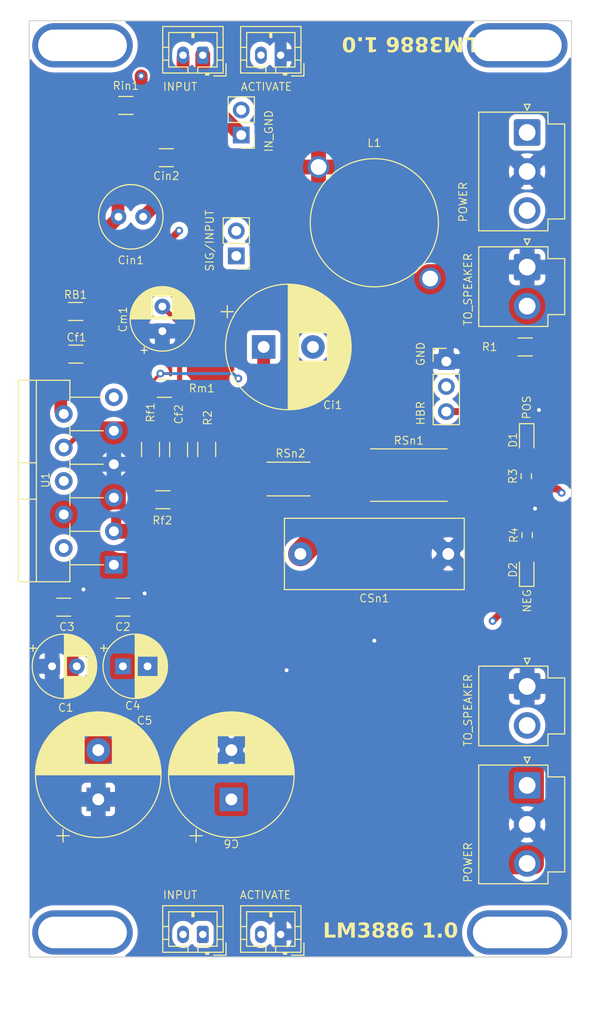
<source format=kicad_pcb>
(kicad_pcb (version 20240108) (generator "pcbnew") (generator_version "8.0")
  (layers (0 "F.Cu" signal) (1 "In1.Cu" signal) (2 "In2.Cu" signal) (31 "B.Cu" signal) (34 "B.Paste" user) (35 "F.Paste" user) (36 "B.SilkS" user "B.Silkscreen") (37 "F.SilkS" user "F.Silkscreen") (38 "B.Mask" user) (39 "F.Mask" user) (44 "Edge.Cuts" user))
  (net 0 "")
  (net 1 "CH1-IN")
  (net 2 "Net-(Ci1-Pad1)")
  (net 3 "VP")
  (net 4 "VM")
  (net 5 "CH1-OUT")
  (net 6 "INPUTGND")
  (net 7 "PGND")
  (net 8 "Net-(CSn1-Pad2)")
  (net 9 "Net-(D1-A)")
  (net 10 "Net-(D2-A)")
  (net 11 "Net-(Cin1-Pad2)")
  (net 12 "FB1")
  (net 13 "SIGGND")
  (net 14 "Net-(U1-+)")
  (net 15 "CH1GND")
  (net 16 "OPAMP_NEG")
  (net 17 "FB2")
  (net 18 "Net-(J7-Pin_3)")
  (net 19 "Net-(U1-MUTE)")
  (net 23 "NEG_ACTIVE")
  (footprint "Capacitor_SMD:C_1206_3216Metric_Pad1.33x1.80mm_HandSolder" (layer "F.Cu") (at 81.03 71.276232)
    (property "Reference" "Cf1" (at 0.0625 -1.7 0) (layer "F.SilkS") (effects (font (size 0.8 0.8) (thickness 0.1))))
    (property "Value" "680p 50V C0G")
    (pad "1" smd roundrect (at -1.5625 0) (size 1.325 1.8) (layers "F.Cu" "F.Paste" "F.Mask") (roundrect_rratio 0.188679) (net 14 "Net-(U1-+)"))
    (pad "2" smd roundrect (at 1.5625 0) (size 1.325 1.8) (layers "F.Cu" "F.Paste" "F.Mask") (roundrect_rratio 0.188679) (net 6 "INPUTGND"))
  )
  (footprint "Resistor_SMD:R_1206_3216Metric_Pad1.30x1.75mm_HandSolder" (layer "F.Cu") (at 94.3 80.95 -90)
    (property "Reference" "R2" (at -3.2 -0.1 90) (layer "F.SilkS") (effects (font (size 0.8 0.8) (thickness 0.1))))
    (property "Value" "750R")
    (pad "1" smd roundrect (at -1.55 0 270) (size 1.3 1.75) (layers "F.Cu" "F.Paste" "F.Mask") (roundrect_rratio 0.192308) (net 16 "OPAMP_NEG"))
    (pad "2" smd roundrect (at 1.55 0 270) (size 1.3 1.75) (layers "F.Cu" "F.Paste" "F.Mask") (roundrect_rratio 0.192308) (net 2 "Net-(Ci1-Pad1)"))
  )
  (footprint "Connector_JST:JST_VH_B2P-VH_1x02_P3.96mm_Vertical" (layer "F.Cu") (at 126.8 104.99 -90)
    (property "Reference" "J9" (hide yes))
    (property "Value" "Conn_01x02_Male")
    (pad "1" thru_hole roundrect (at 0 0 270) (size 2.7 2.7) (drill 1.7) (layers "*.Cu" "*.Mask") (roundrect_rratio 0.092593) (net 7 "PGND"))
    (pad "2" thru_hole circle (at 3.96 0 270) (size 2.7 2.7) (drill 1.7) (layers "*.Cu" "*.Mask") (net 5 "CH1-OUT"))
  )
  (footprint "Connector_JST:JST_PH_B2B-PH-K_1x02_P2.00mm_Vertical" (layer "F.Cu") (at 93.9 130.15 180)
    (property "Reference" "J12" (hide yes))
    (property "Value" "Conn_01x02_Male")
    (pad "1" thru_hole roundrect (at 0 0 180) (size 1.2 1.75) (drill 0.75) (layers "*.Cu" "*.Mask") (roundrect_rratio 0.208333) (net 15 "CH1GND"))
    (pad "2" thru_hole oval (at 2 0 180) (size 1.2 1.75) (drill 0.75) (layers "*.Cu" "*.Mask") (net 1 "CH1-IN"))
  )
  (footprint "Capacitor_THT:CP_Radial_D6.3mm_P2.50mm" (layer "F.Cu") (at 78.617621 102.95)
    (property "Reference" "C3" (at 1.5 -4 0) (layer "F.SilkS") (effects (font (size 0.8 0.8) (thickness 0.1))))
    (property "Value" "22U 50V")
    (pad "1" thru_hole rect (at 0 0) (size 1.6 1.6) (drill 0.8) (layers "*.Cu" "*.Mask") (net 7 "PGND"))
    (pad "2" thru_hole circle (at 2.5 0) (size 1.6 1.6) (drill 0.8) (layers "*.Cu" "*.Mask") (net 4 "VM"))
  )
  (footprint "Resistor_SMD:R_1206_3216Metric_Pad1.30x1.75mm_HandSolder" (layer "F.Cu") (at 126.6 70.55 180)
    (property "Reference" "R1" (at 3.6 0 0) (layer "F.SilkS") (effects (font (size 0.8 0.8) (thickness 0.1))))
    (property "Value" "15R")
    (pad "1" smd roundrect (at -1.55 0 180) (size 1.3 1.75) (layers "F.Cu" "F.Paste" "F.Mask") (roundrect_rratio 0.192308) (net 18 "Net-(J7-Pin_3)"))
    (pad "2" smd roundrect (at 1.55 0 180) (size 1.3 1.75) (layers "F.Cu" "F.Paste" "F.Mask") (roundrect_rratio 0.192308) (net 7 "PGND"))
  )
  (footprint "Resistor_SMD:R_0603_1608Metric_Pad0.98x0.95mm_HandSolder" (layer "F.Cu") (at 126.715 83.6625 -90)
    (property "Reference" "R3" (at 0 1.36 90) (layer "F.SilkS") (effects (font (size 0.8 0.8) (thickness 0.1))))
    (property "Value" "16K")
    (pad "1" smd roundrect (at -0.9125 0 270) (size 0.975 0.95) (layers "F.Cu" "F.Paste" "F.Mask") (net 9 "Net-(D1-A)"))
    (pad "2" smd roundrect (at 0.9125 0 270) (size 0.975 0.95) (layers "F.Cu" "F.Paste" "F.Mask") (net 3 "VP"))
  )
  (footprint "Capacitor_THT:CP_Radial_D6.3mm_P2.50mm" (layer "F.Cu") (at 85.8 102.95)
    (property "Reference" "C4" (at 1 4 0) (layer "F.SilkS") (effects (font (size 0.8 0.8) (thickness 0.1))))
    (property "Value" "22U 50V")
    (pad "1" thru_hole rect (at 0 0) (size 1.6 1.6) (drill 0.8) (layers "*.Cu" "*.Mask") (net 3 "VP"))
    (pad "2" thru_hole circle (at 2.5 0) (size 1.6 1.6) (drill 0.8) (layers "*.Cu" "*.Mask") (net 7 "PGND"))
  )
  (footprint "Capacitor_THT:CP_Radial_D12.5mm_P5.00mm" (layer "F.Cu") (at 100.076041 70.55)
    (property "Reference" "Ci1" (at 7 5.9 0) (layer "F.SilkS") (effects (font (size 0.8 0.8) (thickness 0.1))))
    (property "Value" "470U")
    (pad "1" thru_hole rect (at 0 0) (size 2.4 2.4) (drill 1.2) (layers "*.Cu" "*.Mask") (net 2 "Net-(Ci1-Pad1)"))
    (pad "2" thru_hole circle (at 5 0) (size 2.4 2.4) (drill 1.2) (layers "*.Cu" "*.Mask") (net 13 "SIGGND"))
  )
  (footprint "Custom:M3 Slot" (layer "F.Cu") (at 125.8 129.95)
    (property "Reference" "H4" (hide yes))
    (property "Value" "MountingHole")
    (pad "" thru_hole oval (at 0 0 270) (size 4.5 10.2) (drill oval 3.2 9) (layers "*.Cu" "*.Mask"))
  )
  (footprint "Capacitor_SMD:C_1206_3216Metric_Pad1.33x1.80mm_HandSolder" (layer "F.Cu") (at 85.8 96.95)
    (property "Reference" "C2" (at 0 2 0) (layer "F.SilkS") (effects (font (size 0.8 0.8) (thickness 0.1))))
    (property "Value" "4.7U X7R 50V")
    (pad "1" smd roundrect (at -1.5625 0) (size 1.325 1.8) (layers "F.Cu" "F.Paste" "F.Mask") (roundrect_rratio 0.188679) (net 3 "VP"))
    (pad "2" smd roundrect (at 1.5625 0) (size 1.325 1.8) (layers "F.Cu" "F.Paste" "F.Mask") (roundrect_rratio 0.188679) (net 7 "PGND"))
  )
  (footprint "Resistor_SMD:R_1206_3216Metric_Pad1.30x1.75mm_HandSolder" (layer "F.Cu") (at 88.6 80.95 90)
    (property "Reference" "Rf1" (at 3.75 0 90) (layer "F.SilkS") (effects (font (size 0.8 0.8) (thickness 0.1))))
    (property "Value" "20k")
    (pad "1" smd roundrect (at -1.55 0 90) (size 1.3 1.75) (layers "F.Cu" "F.Paste" "F.Mask") (roundrect_rratio 0.192308) (net 12 "FB1"))
    (pad "2" smd roundrect (at 1.55 0 90) (size 1.3 1.75) (layers "F.Cu" "F.Paste" "F.Mask") (roundrect_rratio 0.192308) (net 16 "OPAMP_NEG"))
  )
  (footprint "Connector_JST:JST_PH_B2B-PH-K_1x02_P2.00mm_Vertical" (layer "F.Cu") (at 93.9 40.95 180)
    (property "Reference" "J1" (hide yes))
    (property "Value" "Conn_01x02_Male")
    (pad "1" thru_hole roundrect (at 0 0 180) (size 1.2 1.75) (drill 0.75) (layers "*.Cu" "*.Mask") (roundrect_rratio 0.208333) (net 15 "CH1GND"))
    (pad "2" thru_hole oval (at 2 0 180) (size 1.2 1.75) (drill 0.75) (layers "*.Cu" "*.Mask") (net 1 "CH1-IN"))
  )
  (footprint "Connector_JST:JST_VH_B3P-VH-B_1x03_P3.96mm_Vertical" (layer "F.Cu") (at 126.8 48.7875 -90)
    (property "Reference" "J3" (hide yes))
    (property "Value" "Conn_01x03_Male")
    (pad "1" thru_hole roundrect (at 0 0 270) (size 2.7 2.7) (drill 1.7) (layers "*.Cu" "*.Mask") (roundrect_rratio 0.092593) (net 3 "VP"))
    (pad "2" thru_hole circle (at 3.96 0 270) (size 2.7 2.7) (drill 1.7) (layers "*.Cu" "*.Mask") (net 7 "PGND"))
    (pad "3" thru_hole circle (at 7.92 0 270) (size 2.7 2.7) (drill 1.7) (layers "*.Cu" "*.Mask") (net 4 "VM"))
  )
  (footprint "Resistor_SMD:R_2512_6332Metric_Pad1.40x3.35mm_HandSolder" (layer "F.Cu") (at 102.6 83.95 180)
    (property "Reference" "RSn2" (at -0.2 2.6 0) (layer "F.SilkS") (effects (font (size 0.8 0.8) (thickness 0.1))))
    (property "Value" "4R7 2W")
    (pad "1" smd roundrect (at -3.05 0 180) (size 1.4 3.35) (layers "F.Cu" "F.Paste" "F.Mask") (roundrect_rratio 0.178571) (net 8 "Net-(CSn1-Pad2)"))
    (pad "2" smd roundrect (at 3.05 0 180) (size 1.4 3.35) (layers "F.Cu" "F.Paste" "F.Mask") (roundrect_rratio 0.178571) (net 12 "FB1"))
  )
  (footprint "Connector_PinHeader_2.54mm:PinHeader_1x02_P2.54mm_Vertical" (layer "F.Cu") (at 97.8 49.05 180)
    (property "Reference" "J4" (hide yes))
    (property "Value" "Conn_01x02_Male")
    (pad "1" thru_hole rect (at 0 0 180) (size 1.7 1.7) (drill 1) (layers "*.Cu" "*.Mask") (net 15 "CH1GND"))
    (pad "2" thru_hole oval (at 0 2.54 180) (size 1.7 1.7) (drill 1) (layers "*.Cu" "*.Mask") (net 6 "INPUTGND"))
  )
  (footprint "Capacitor_SMD:C_1206_3216Metric_Pad1.33x1.80mm_HandSolder" (layer "F.Cu") (at 79.8 96.95 180)
    (property "Reference" "C1" (at -0.2 -10.2 0) (layer "F.SilkS") (effects (font (size 0.8 0.8) (thickness 0.1))))
    (property "Value" "4.7U X7R 50V")
    (pad "1" smd roundrect (at -1.5625 0 180) (size 1.325 1.8) (layers "F.Cu" "F.Paste" "F.Mask") (roundrect_rratio 0.188679) (net 7 "PGND"))
    (pad "2" smd roundrect (at 1.5625 0 180) (size 1.325 1.8) (layers "F.Cu" "F.Paste" "F.Mask") (roundrect_rratio 0.188679) (net 4 "VM"))
  )
  (footprint "Resistor_SMD:R_1206_3216Metric_Pad1.30x1.75mm_HandSolder" (layer "F.Cu") (at 90 74.75 180)
    (property "Reference" "Rm1" (at -3.8 0 0) (layer "F.SilkS") (effects (font (size 0.8 0.8) (thickness 0.1))))
    (property "Value" "39K")
    (pad "1" smd roundrect (at -1.55 0 180) (size 1.3 1.75) (layers "F.Cu" "F.Paste" "F.Mask") (roundrect_rratio 0.192308) (net 19 "Net-(U1-MUTE)"))
    (pad "2" smd roundrect (at 1.55 0 180) (size 1.3 1.75) (layers "F.Cu" "F.Paste" "F.Mask") (roundrect_rratio 0.192308) (net 23 "NEG_ACTIVE"))
  )
  (footprint "Custom:M3 Slot" (layer "F.Cu") (at 81.7 39.95)
    (property "Reference" "H1" (hide yes))
    (property "Value" "MountingHole")
    (pad "" thru_hole oval (at 0 0 270) (size 4.5 10.2) (drill oval 3.2 9) (layers "*.Cu" "*.Mask"))
  )
  (footprint "Capacitor_SMD:C_1206_3216Metric_Pad1.33x1.80mm_HandSolder" (layer "F.Cu") (at 90.2 51.35 180)
    (property "Reference" "Cin2" (at 0 -1.85 0) (layer "F.SilkS") (effects (font (size 0.8 0.8) (thickness 0.1))))
    (property "Value" "0.1u C0G 50V")
    (pad "1" smd roundrect (at -1.5625 0 180) (size 1.325 1.8) (layers "F.Cu" "F.Paste" "F.Mask") (roundrect_rratio 0.188679) (net 1 "CH1-IN"))
    (pad "2" smd roundrect (at 1.5625 0 180) (size 1.325 1.8) (layers "F.Cu" "F.Paste" "F.Mask") (roundrect_rratio 0.188679) (net 11 "Net-(Cin1-Pad2)"))
  )
  (footprint "Package_TO_SOT_THT:TO-220-11_P3.4x5.08mm_StaggerOdd_Lead4.85mm_Vertical" (layer "F.Cu") (at 84.88 92.65 90)
    (property "Reference" "U1" (at 8.6 -6.935 90) (layer "F.SilkS") (effects (font (size 0.8 0.8) (thickness 0.1))))
    (property "Value" "LM3886")
    (pad "1" thru_hole rect (at 0 0 90) (size 1.8 1.8) (drill 1) (layers "*.Cu" "*.Mask") (net 3 "VP"))
    (pad "2" thru_hole oval (at 1.7 -5.08 90) (size 1.8 1.8) (drill 1) (layers "*.Cu" "*.Mask"))
    (pad "3" thru_hole oval (at 3.4 0 90) (size 1.8 1.8) (drill 1) (layers "*.Cu" "*.Mask") (net 12 "FB1"))
    (pad "4" thru_hole oval (at 5.1 -5.08 90) (size 1.8 1.8) (drill 1) (layers "*.Cu" "*.Mask") (net 4 "VM"))
    (pad "5" thru_hole oval (at 6.8 0 90) (size 1.8 1.8) (drill 1) (layers "*.Cu" "*.Mask") (net 3 "VP"))
    (pad "6" thru_hole oval (at 8.5 -5.08 90) (size 1.8 1.8) (drill 1) (layers "*.Cu" "*.Mask"))
    (pad "7" thru_hole oval (at 10.2 0 90) (size 1.8 1.8) (drill 1) (layers "*.Cu" "*.Mask") (net 7 "PGND"))
    (pad "8" thru_hole oval (at 11.9 -5.08 90) (size 1.8 1.8) (drill 1) (layers "*.Cu" "*.Mask") (net 19 "Net-(U1-MUTE)"))
    (pad "9" thru_hole oval (at 13.6 0 90) (size 1.8 1.8) (drill 1) (layers "*.Cu" "*.Mask") (net 16 "OPAMP_NEG"))
    (pad "10" thru_hole oval (at 15.3 -5.08 90) (size 1.8 1.8) (drill 1) (layers "*.Cu" "*.Mask") (net 14 "Net-(U1-+)"))
    (pad "11" thru_hole oval (at 17 0 90) (size 1.8 1.8) (drill 1) (layers "*.Cu" "*.Mask"))
  )
  (footprint "Capacitor_THT:C_Radial_D6.3mm_H5.0mm_P2.50mm" (layer "F.Cu") (at 87.85 57.35 180)
    (property "Reference" "Cin1" (at 1.25 -4.4 0) (layer "F.SilkS") (effects (font (size 0.8 0.8) (thickness 0.1))))
    (property "Value" "22u NICHICON MUSE ES 25V")
    (pad "1" thru_hole circle (at 0 0 180) (size 1.6 1.6) (drill 0.8) (layers "*.Cu" "*.Mask") (net 1 "CH1-IN"))
    (pad "2" thru_hole circle (at 2.5 0 180) (size 1.6 1.6) (drill 0.8) (layers "*.Cu" "*.Mask") (net 11 "Net-(Cin1-Pad2)"))
  )
  (footprint "Connector_PinHeader_2.54mm:PinHeader_1x03_P2.54mm_Vertical" (layer "F.Cu") (at 118.6 72.025)
    (property "Reference" "J7" (hide yes))
    (property "Value" "Conn_01x03_Male")
    (pad "1" thru_hole rect (at 0 0) (size 1.7 1.7) (drill 1) (layers "*.Cu" "*.Mask") (net 7 "PGND"))
    (pad "2" thru_hole oval (at 0 2.54) (size 1.7 1.7) (drill 1) (layers "*.Cu" "*.Mask") (net 13 "SIGGND"))
    (pad "3" thru_hole oval (at 0 5.08) (size 1.7 1.7) (drill 1) (layers "*.Cu" "*.Mask") (net 18 "Net-(J7-Pin_3)"))
  )
  (footprint "Capacitor_THT:C_Rect_L18.0mm_W7.0mm_P15.00mm_FKS3_FKP3" (layer "F.Cu") (at 118.8 91.55 180)
    (property "Reference" "CSn1" (at 7.5 -4.5 0) (layer "F.SilkS") (effects (font (size 0.8 0.8) (thickness 0.1))))
    (property "Value" "220N PP 100V")
    (pad "1" thru_hole circle (at 0 0 180) (size 2.4 2.4) (drill 1.2) (layers "*.Cu" "*.Mask") (net 7 "PGND"))
    (pad "2" thru_hole circle (at 15 0 180) (size 2.4 2.4) (drill 1.2) (layers "*.Cu" "*.Mask") (net 8 "Net-(CSn1-Pad2)"))
  )
  (footprint "Resistor_SMD:R_0603_1608Metric_Pad0.98x0.95mm_HandSolder" (layer "F.Cu") (at 126.8 89.65 90)
    (property "Reference" "R4" (at 0 -1.36 90) (layer "F.SilkS") (effects (font (size 0.8 0.8) (thickness 0.1))))
    (property "Value" "16K")
    (pad "1" smd roundrect (at -0.9125 0 90) (size 0.975 0.95) (layers "F.Cu" "F.Paste" "F.Mask") (net 10 "Net-(D2-A)"))
    (pad "2" smd roundrect (at 0.9125 0 90) (size 0.975 0.95) (layers "F.Cu" "F.Paste" "F.Mask") (net 7 "PGND"))
  )
  (footprint "Custom:M3 Slot" (layer "F.Cu") (at 125.8 39.95)
    (property "Reference" "H2" (hide yes))
    (property "Value" "MountingHole")
    (pad "" thru_hole oval (at 0 0 270) (size 4.5 10.2) (drill oval 3.2 9) (layers "*.Cu" "*.Mask"))
  )
  (footprint "Resistor_SMD:R_4020_10251Metric_Pad1.65x5.30mm_HandSolder" (layer "F.Cu") (at 114.8 83.55 180)
    (property "Reference" "RSn1" (at 0 3.5 0) (layer "F.SilkS") (effects (font (size 0.8 0.8) (thickness 0.1))))
    (property "Value" "10R")
    (pad "1" smd roundrect (at -4.9 0 180) (size 1.65 5.3) (layers "F.Cu" "F.Paste" "F.Mask") (roundrect_rratio 0.151515) (net 5 "CH1-OUT"))
    (pad "2" smd roundrect (at 4.9 0 180) (size 1.65 5.3) (layers "F.Cu" "F.Paste" "F.Mask") (roundrect_rratio 0.151515) (net 12 "FB1"))
  )
  (footprint "Connector_JST:JST_PH_B2B-PH-K_1x02_P2.00mm_Vertical" (layer "F.Cu") (at 101.8 40.95 180)
    (property "Reference" "J8" (hide yes))
    (property "Value" "Conn_01x02_Male")
    (pad "1" thru_hole roundrect (at 0 0 180) (size 1.2 1.75) (drill 0.75) (layers "*.Cu" "*.Mask") (roundrect_rratio 0.208333) (net 7 "PGND"))
    (pad "2" thru_hole oval (at 2 0 180) (size 1.2 1.75) (drill 0.75) (layers "*.Cu" "*.Mask") (net 23 "NEG_ACTIVE"))
  )
  (footprint "Connector_JST:JST_PH_B2B-PH-K_1x02_P2.00mm_Vertical" (layer "F.Cu") (at 101.8 130.15 180)
    (property "Reference" "J2" (hide yes))
    (property "Value" "Conn_01x02_Male")
    (pad "1" thru_hole roundrect (at 0 0 180) (size 1.2 1.75) (drill 0.75) (layers "*.Cu" "*.Mask") (roundrect_rratio 0.208333) (net 7 "PGND"))
    (pad "2" thru_hole oval (at 2 0 180) (size 1.2 1.75) (drill 0.75) (layers "*.Cu" "*.Mask") (net 23 "NEG_ACTIVE"))
  )
  (footprint "Connector_JST:JST_VH_B2P-VH_1x02_P3.96mm_Vertical" (layer "F.Cu") (at 126.8 62.45 -90)
    (property "Reference" "J6" (hide yes))
    (property "Value" "Conn_01x02_Male")
    (pad "1" thru_hole roundrect (at 0 0 270) (size 2.7 2.7) (drill 1.7) (layers "*.Cu" "*.Mask") (roundrect_rratio 0.092593) (net 7 "PGND"))
    (pad "2" thru_hole circle (at 3.96 0 270) (size 2.7 2.7) (drill 1.7) (layers "*.Cu" "*.Mask") (net 5 "CH1-OUT"))
  )
  (footprint "LED_SMD:LED_0603_1608Metric_Pad1.05x0.95mm_HandSolder" (layer "F.Cu") (at 126.755 79.995 -90)
    (property "Reference" "D1" (at 0 1.4 90) (layer "F.SilkS") (effects (font (size 0.8 0.8) (thickness 0.1))))
    (property "Value" "BLUE")
    (pad "1" smd roundrect (at -0.875 0 270) (size 1.05 0.95) (layers "F.Cu" "F.Paste" "F.Mask") (net 7 "PGND"))
    (pad "2" smd roundrect (at 0.875 0 270) (size 1.05 0.95) (layers "F.Cu" "F.Paste" "F.Mask") (net 9 "Net-(D1-A)"))
  )
  (footprint "Resistor_SMD:R_1206_3216Metric_Pad1.30x1.75mm_HandSolder" (layer "F.Cu") (at 86.1 46.05 180)
    (property "Reference" "Rin1" (at 0 2 0) (layer "F.SilkS") (effects (font (size 0.8 0.8) (thickness 0.1))))
    (property "Value" "20K")
    (pad "1" smd roundrect (at -1.55 0 180) (size 1.3 1.75) (layers "F.Cu" "F.Paste" "F.Mask") (roundrect_rratio 0.192308) (net 6 "INPUTGND"))
    (pad "2" smd roundrect (at 1.55 0 180) (size 1.3 1.75) (layers "F.Cu" "F.Paste" "F.Mask") (roundrect_rratio 0.192308) (net 11 "Net-(Cin1-Pad2)"))
  )
  (footprint "Capacitor_THT:CP_Radial_D6.3mm_P2.50mm" (layer "F.Cu") (at 89.8 68.95 90)
    (property "Reference" "Cm1" (at 1.2 -4 90) (layer "F.SilkS") (effects (font (size 0.8 0.8) (thickness 0.1))))
    (property "Value" "47U 50V")
    (pad "1" thru_hole rect (at 0 0 90) (size 1.6 1.6) (drill 0.8) (layers "*.Cu" "*.Mask") (net 7 "PGND"))
    (pad "2" thru_hole circle (at 2.5 0 90) (size 1.6 1.6) (drill 0.8) (layers "*.Cu" "*.Mask") (net 19 "Net-(U1-MUTE)"))
  )
  (footprint "Capacitor_SMD:C_1206_3216Metric_Pad1.33x1.80mm_HandSolder" (layer "F.Cu") (at 91.45 80.98 90)
    (property "Reference" "Cf2" (at 3.6 0.015 90) (layer "F.SilkS") (effects (font (size 0.8 0.8) (thickness 0.1))))
    (property "Value" "47P 50V C0G")
    (pad "1" smd roundrect (at -1.5625 0 90) (size 1.325 1.8) (layers "F.Cu" "F.Paste" "F.Mask") (roundrect_rratio 0.188679) (net 17 "FB2"))
    (pad "2" smd roundrect (at 1.5625 0 90) (size 1.325 1.8) (layers "F.Cu" "F.Paste" "F.Mask") (roundrect_rratio 0.188679) (net 16 "OPAMP_NEG"))
  )
  (footprint "Capacitor_THT:CP_Radial_D12.5mm_P5.00mm" (layer "F.Cu") (at 96.8 116.45 90)
    (property "Reference" "C6" (at -4.476041 0 180) (layer "F.SilkS") (effects (font (size 0.8 0.8) (thickness 0.1))))
    (property "Value" "1000U 50V")
    (pad "1" thru_hole rect (at 0 0 90) (size 2.4 2.4) (drill 1.2) (layers "*.Cu" "*.Mask") (net 3 "VP"))
    (pad "2" thru_hole circle (at 5 0 90) (size 2.4 2.4) (drill 1.2) (layers "*.Cu" "*.Mask") (net 7 "PGND"))
  )
  (footprint "Custom:M3 Slot" (layer "F.Cu") (at 81.7 129.95)
    (property "Reference" "H3" (hide yes))
    (property "Value" "MountingHole")
    (pad "" thru_hole oval (at 0 0 270) (size 4.5 10.2) (drill oval 3.2 9) (layers "*.Cu" "*.Mask"))
  )
  (footprint "Resistor_SMD:R_1206_3216Metric_Pad1.30x1.75mm_HandSolder" (layer "F.Cu") (at 89.85 86.05)
    (property "Reference" "Rf2" (at -0.05 2.1 0) (layer "F.SilkS") (effects (font (size 0.8 0.8) (thickness 0.1))))
    (property "Value" "20K")
    (pad "1" smd roundrect (at -1.55 0) (size 1.3 1.75) (layers "F.Cu" "F.Paste" "F.Mask") (roundrect_rratio 0.192308) (net 12 "FB1"))
    (pad "2" smd roundrect (at 1.55 0) (size 1.3 1.75) (layers "F.Cu" "F.Paste" "F.Mask") (roundrect_rratio 0.192308) (net 17 "FB2"))
  )
  (footprint "Resistor_SMD:R_1206_3216Metric_Pad1.30x1.75mm_HandSolder" (layer "F.Cu") (at 81 66.95 180)
    (property "Reference" "RB1" (at 0 1.7 0) (layer "F.SilkS") (effects (font (size 0.8 0.8) (thickness 0.1))))
    (property "Value" "1.0K")
    (pad "1" smd roundrect (at -1.55 0 180) (size 1.3 1.75) (layers "F.Cu" "F.Paste" "F.Mask") (roundrect_rratio 0.192308) (net 11 "Net-(Cin1-Pad2)"))
    (pad "2" smd roundrect (at 1.55 0 180) (size 1.3 1.75) (layers "F.Cu" "F.Paste" "F.Mask") (roundrect_rratio 0.192308) (net 14 "Net-(U1-+)"))
  )
  (footprint "Connector_PinHeader_2.54mm:PinHeader_1x02_P2.54mm_Vertical" (layer "F.Cu") (at 97.3 61.315 180)
    (property "Reference" "J5" (hide yes))
    (property "Value" "Conn_01x02_Male")
    (pad "1" thru_hole rect (at 0 0 180) (size 1.7 1.7) (drill 1) (layers "*.Cu" "*.Mask") (net 13 "SIGGND"))
    (pad "2" thru_hole oval (at 0 2.54 180) (size 1.7 1.7) (drill 1) (layers "*.Cu" "*.Mask") (net 6 "INPUTGND"))
  )
  (footprint "Custom:500nH Inductor Aliexpress Air Gap" (layer "F.Cu") (at 111.3 57.95 -45)
    (property "Reference" "L1" (at -5.727565 -5.727565 0) (layer "F.SilkS") (effects (font (size 0.8 0.8) (thickness 0.1))))
    (property "Value" "500nH")
    (pad "1" thru_hole circle (at -8 0 315) (size 2.2 2.2) (drill 1.6) (layers "*.Cu" "*.Mask") (net 12 "FB1"))
    (pad "2" thru_hole circle (at 8 0 315) (size 2.2 2.2) (drill 1.6) (layers "*.Cu" "*.Mask") (net 5 "CH1-OUT"))
  )
  (footprint "LED_SMD:LED_0603_1608Metric_Pad1.05x0.95mm_HandSolder" (layer "F.Cu") (at 126.755 93.175 90)
    (property "Reference" "D2" (at 0 -1.4 90) (layer "F.SilkS") (effects (font (size 0.8 0.8) (thickness 0.1))))
    (property "Value" "YELLOW")
    (pad "1" smd roundrect (at -0.875 0 90) (size 1.05 0.95) (layers "F.Cu" "F.Paste" "F.Mask") (net 4 "VM"))
    (pad "2" smd roundrect (at 0.875 0 90) (size 1.05 0.95) (layers "F.Cu" "F.Paste" "F.Mask") (net 10 "Net-(D2-A)"))
  )
  (footprint "Capacitor_THT:CP_Radial_D12.5mm_P5.00mm" (layer "F.Cu") (at 83.3 116.45 90)
    (property "Reference" "C5" (at 8 4.7 0) (layer "F.SilkS") (effects (font (size 0.8 0.8) (thickness 0.1))))
    (property "Value" "1000U 50V")
    (pad "1" thru_hole rect (at 0 0 90) (size 2.4 2.4) (drill 1.2) (layers "*.Cu" "*.Mask") (net 7 "PGND"))
    (pad "2" thru_hole circle (at 5 0 90) (size 2.4 2.4) (drill 1.2) (layers "*.Cu" "*.Mask") (net 4 "VM"))
  )
  (footprint "Connector_JST:JST_VH_B3P-VH-B_1x03_P3.96mm_Vertical" (layer "F.Cu") (at 126.8 115.03 -90)
    (property "Reference" "J11" (hide yes))
    (property "Value" "Conn_01x03_Male")
    (pad "1" thru_hole roundrect (at 0 0 270) (size 2.7 2.7) (drill 1.7) (layers "*.Cu" "*.Mask") (roundrect_rratio 0.092593) (net 3 "VP"))
    (pad "2" thru_hole circle (at 3.96 0 270) (size 2.7 2.7) (drill 1.7) (layers "*.Cu" "*.Mask") (net 7 "PGND"))
    (pad "3" thru_hole circle (at 7.92 0 270) (size 2.7 2.7) (drill 1.7) (layers "*.Cu" "*.Mask") (net 4 "VM"))
  )
  (gr_line (start 76.3 132.45) (end 76.3 37.45) (stroke (width 0.1)) (layer "Edge.Cuts"))
  (gr_line (start 76.3 37.45) (end 131.3 37.45) (stroke (width 0.1)) (layer "Edge.Cuts"))
  (gr_line (start 131.3 37.45) (end 131.3 132.45) (stroke (width 0.1)) (layer "Edge.Cuts"))
  (gr_line (start 76.3 132.45) (end 131.3 132.45) (stroke (width 0.1)) (layer "Edge.Cuts"))
  (gr_text "ACTIVATE" (at 97.7 44.15 0) (layer "F.SilkS") (effects (font (size 0.8 0.8) (thickness 0.1)) (justify left)))
  (gr_text "GND" (at 116 72.55 90) (layer "F.SilkS") (effects (font (size 0.8 0.8) (thickness 0.1)) (justify left)))
  (gr_text "INPUT" (at 89.8 126.15 0) (layer "F.SilkS") (effects (font (size 0.8 0.8) (thickness 0.1)) (justify left)))
  (gr_text "IN_GND" (at 100.6 50.85 90) (layer "F.SilkS") (effects (font (size 0.8 0.8) (thickness 0.1)) (justify left)))
  (gr_text "INPUT" (at 89.8 44.15 0) (layer "F.SilkS") (effects (font (size 0.8 0.8) (thickness 0.1)) (justify left)))
  (gr_text "LM3886 1.0" (at 119.807187 129.85 0) (layer "F.SilkS") (effects (font (size 1.5 1.5) (thickness 0.1) (bold yes)) (justify right)))
  (gr_text "ACTIVATE" (at 97.6 126.15 0) (layer "F.SilkS") (effects (font (size 0.8 0.8) (thickness 0.1)) (justify left)))
  (gr_text "HBR\n" (at 116 78.55 90) (layer "F.SilkS") (effects (font (size 0.8 0.8) (thickness 0.1)) (justify left)))
  (gr_text "TO_SPEAKER" (at 120.8 68.45 90) (layer "F.SilkS") (effects (font (size 0.8 0.8) (thickness 0.1)) (justify left)))
  (gr_text "LM3886 1.0" (at 108 39.75 180) (layer "F.SilkS") (effects (font (size 1.5 1.5) (thickness 0.1) (bold yes)) (justify right)))
  (gr_text "POS" (at 126.755 77.95 90) (layer "F.SilkS") (effects (font (size 0.8 0.8) (thickness 0.1)) (justify left)))
  (gr_text "POWER" (at 120.3 57.95 90) (layer "F.SilkS") (effects (font (size 0.8 0.8) (thickness 0.1)) (justify left)))
  (gr_text "SIG/INPUT\n" (at 94.6 62.95 90) (layer "F.SilkS") (effects (font (size 0.8 0.8) (thickness 0.1)) (justify left)))
  (gr_text "TO_SPEAKER" (at 120.8 111.15 90) (layer "F.SilkS") (effects (font (size 0.8 0.8) (thickness 0.1)) (justify left)))
  (gr_text "POWER" (at 120.8 124.95 90) (layer "F.SilkS") (effects (font (size 0.8 0.8) (thickness 0.1)) (justify left)))
  (gr_text "NEG" (at 126.8 97.55 90) (layer "F.SilkS") (effects (font (size 0.8 0.8) (thickness 0.1)) (justify left)))
  (segment (start 91.9 41.15) (end 91.9 53.35) (width 1.3) (layer "F.Cu") (net 1))
  (segment (start 91.9 53.35) (end 87.8 57.45) (width 1.3) (layer "F.Cu") (net 1))
  (segment (start 100.076041 79.873959) (end 100.076041 70.55) (width 1.3) (layer "F.Cu") (net 2))
  (segment (start 97.45 82.5) (end 100.076041 79.873959) (width 1.3) (layer "F.Cu") (net 2))
  (segment (start 94.3 82.5) (end 97.45 82.5) (width 1.3) (layer "F.Cu") (net 2))
  (segment (start 129.9 84.95) (end 130.3 85.35) (width 0.7) (layer "F.Cu") (net 3))
  (segment (start 126.8 84.95) (end 129.9 84.95) (width 0.7) (layer "F.Cu") (net 3))
  (via (at 130.3 85.35) (size 0.8) (drill 0.4) (layers "F.Cu" "B.Cu") (net 3))
  (segment (start 126.755 94.895) (end 123.3 98.35) (width 0.7) (layer "F.Cu") (net 4))
  (segment (start 126.755 94.2) (end 126.755 94.895) (width 0.7) (layer "F.Cu") (net 4))
  (via (at 123.3 98.35) (size 0.8) (drill 0.4) (layers "F.Cu" "B.Cu") (net 4))
  (segment (start 85.7 64.55) (end 91.5 58.75) (width 0.7) (layer "F.Cu") (net 6))
  (segment (start 85.7 68.197085) (end 85.7 64.55) (width 0.7) (layer "F.Cu") (net 6))
  (segment (start 82.620853 71.276232) (end 85.7 68.197085) (width 0.7) (layer "F.Cu") (net 6))
  (segment (start 87.65 46.05) (end 87.65 43.05) (width 1.3) (layer "F.Cu") (net 6))
  (via (at 91.5 58.75) (size 0.8) (drill 0.4) (layers "F.Cu" "B.Cu") (net 6))
  (via (at 87.65 43.05) (size 0.8) (drill 0.4) (layers "F.Cu" "B.Cu") (net 6))
  (segment (start 125.05 70.55) (end 123.1 70.55) (width 0.7) (layer "F.Cu") (net 7))
  (segment (start 81.3625 96.95) (end 81.3625 95.5875) (width 0.7) (layer "F.Cu") (net 7))
  (segment (start 121.625 72.025) (end 118.6 72.025) (width 0.7) (layer "F.Cu") (net 7))
  (segment (start 126.8 87.75) (end 127.6 86.95) (width 0.7) (layer "F.Cu") (net 7))
  (segment (start 87.3625 96.1875) (end 88 95.55) (width 0.7) (layer "F.Cu") (net 7))
  (segment (start 81.3625 95.5875) (end 81.8 95.15) (width 0.7) (layer "F.Cu") (net 7))
  (segment (start 126.8 88.275) (end 126.8 87.75) (width 0.7) (layer "F.Cu") (net 7))
  (segment (start 126.755 78.97) (end 126.755 78.195) (width 0.7) (layer "F.Cu") (net 7))
  (segment (start 87.3625 96.95) (end 87.3625 96.1875) (width 0.7) (layer "F.Cu") (net 7))
  (segment (start 123.1 70.55) (end 121.625 72.025) (width 0.7) (layer "F.Cu") (net 7))
  (segment (start 126.755 78.195) (end 128 76.95) (width 0.7) (layer "F.Cu") (net 7))
  (via (at 81.8 95.15) (size 0.8) (drill 0.4) (layers "F.Cu" "B.Cu") (net 7))
  (via (at 127.6 86.95) (size 0.8) (drill 0.4) (layers "F.Cu" "B.Cu") (net 7))
  (via (at 128 76.95) (size 0.8) (drill 0.4) (layers "F.Cu" "B.Cu") (net 7))
  (via (at 111.3 100.35) (size 0.8) (drill 0.4) (layers "F.Cu" "B.Cu") (net 7))
  (via (at 88 95.55) (size 0.8) (drill 0.4) (layers "F.Cu" "B.Cu") (net 7))
  (via (at 102.4 103.35) (size 0.8) (drill 0.4) (layers "F.Cu" "B.Cu") (net 7))
  (segment (start 105.65 89.7) (end 103.8 91.55) (width 2.5) (layer "F.Cu") (net 8))
  (segment (start 105.65 83.95) (end 105.65 89.7) (width 2.5) (layer "F.Cu") (net 8))
  (segment (start 126.8 82.95) (end 126.8 81.065) (width 0.7) (layer "F.Cu") (net 9))
  (segment (start 126.8 90.275) (end 126.8 92.105) (width 0.7) (layer "F.Cu") (net 10))
  (segment (start 85.3 52.85) (end 85.3 57.45) (width 1.3) (layer "F.Cu") (net 11))
  (segment (start 84.55 46.05) (end 84.55 52.1) (width 1.3) (layer "F.Cu") (net 11))
  (segment (start 88.6375 51.35) (end 86.8 51.35) (width 1.3) (layer "F.Cu") (net 11))
  (segment (start 84.55 52.1) (end 85.3 52.85) (width 1.3) (layer "F.Cu") (net 11))
  (segment (start 86.8 51.35) (end 85.3 52.85) (width 1.3) (layer "F.Cu") (net 11))
  (segment (start 85.3 57.45) (end 82.8 59.95) (width 1.3) (layer "F.Cu") (net 11))
  (segment (start 82.8 66.7) (end 82.55 66.95) (width 1.3) (layer "F.Cu") (net 11))
  (segment (start 82.8 59.95) (end 82.8 66.7) (width 1.3) (layer "F.Cu") (net 11))
  (segment (start 79.495853 77.045853) (end 79.8 77.35) (width 1.3) (layer "F.Cu") (net 14))
  (segment (start 79.45 71.230379) (end 79.495853 71.276232) (width 1.3) (layer "F.Cu") (net 14))
  (segment (start 79.45 66.95) (end 79.45 71.230379) (width 1.3) (layer "F.Cu") (net 14))
  (segment (start 79.495853 71.276232) (end 79.495853 77.045853) (width 1.3) (layer "F.Cu") (net 14))
  (segment (start 93.9 45.155585) (end 97.794415 49.05) (width 1.5) (layer "F.Cu") (net 15))
  (segment (start 93.9 40.9) (end 93.9 45.155585) (width 1.5) (layer "F.Cu") (net 15))
  (segment (start 128.15 72.1) (end 123.145 77.105) (width 0.7) (layer "F.Cu") (net 18))
  (segment (start 128.15 70.55) (end 128.15 72.1) (width 0.7) (layer "F.Cu") (net 18))
  (segment (start 123.145 77.105) (end 118.6 77.105) (width 0.7) (layer "F.Cu") (net 18))
  (segment (start 91.55 68.2) (end 91.55 74.75) (width 0.5) (layer "F.Cu") (net 19))
  (segment (start 89.8 66.45) (end 91.55 68.2) (width 0.5) (layer "F.Cu") (net 19))
  (segment (start 83.4 77.35) (end 80 80.75) (width 0.5) (layer "F.Cu") (net 19))
  (segment (start 88.95 77.35) (end 83.4 77.35) (width 0.5) (layer "F.Cu") (net 19))
  (segment (start 91.55 74.75) (end 88.95 77.35) (width 0.5) (layer "F.Cu") (net 19))
  (segment (start 88.45 74.75) (end 88.45 74.4) (width 0.3) (layer "F.Cu") (net 23))
  (segment (start 88.45 74.4) (end 89.6 73.25) (width 0.3) (layer "F.Cu") (net 23))
  (via (at 89.6 73.25) (size 0.8) (drill 0.4) (layers "F.Cu" "B.Cu") (net 23))
  (via (at 97.5 73.75) (size 0.8) (drill 0.4) (layers "F.Cu" "B.Cu") (net 23))
  (segment (start 97 73.25) (end 97.5 73.75) (width 0.3) (layer "B.Cu") (net 23))
  (segment (start 89.6 73.25) (end 97 73.25) (width 0.3) (layer "B.Cu") (net 23))
  (zone (net 4) (net_name "VM") (layer "F.Cu") (priority 2) (connect_pads yes (clearance 0.5)) (min_thickness 0.25) (fill yes (thermal_gap 0.5) (thermal_bridge_width 1.5) (smoothing fillet) (radius 1))
    (polygon (pts (xy 128.5 118.95) (xy 93.3 118.95) (xy 89.3 114.95) (xy 81.3 106.95) (xy 81.3 83.95) (xy 77.6 83.95) (xy 77.6 85.35) (xy 77.6 124.05) (xy 128.5 124.05)))
  )
  (zone (net 3) (net_name "VP") (layer "F.Cu") (priority 1) (connect_pads yes (clearance 0.5)) (min_thickness 0.25) (fill yes (thermal_gap 0.5) (thermal_bridge_width 1.5) (smoothing fillet) (radius 1))
    (polygon (pts (xy 128.5 111.95) (xy 99.8 111.95) (xy 86.8 98.95) (xy 86.8 83.95) (xy 82.3 83.95) (xy 82.3 107.95) (xy 89.3 114.95) (xy 93.3 118.95) (xy 128.5 118.95)))
  )
  (zone (net 12) (net_name "FB1") (layer "F.Cu") (priority 9) (connect_pads (clearance 0.5)) (min_thickness 0.25) (fill yes (thermal_gap 0.5) (thermal_bridge_width 1.5) (smoothing fillet) (radius 1))
    (polygon (pts (xy 104 49.55) (xy 112.4 49.55) (xy 112.4 89.35) (xy 109.2 89.35) (xy 98.6 89.35) (xy 97.6 88.35) (xy 97.6 55.95)))
  )
  (zone (net 12) (net_name "FB1") (layer "F.Cu") (priority 100) (connect_pads (clearance 0.5)) (min_thickness 0.25) (fill yes (thermal_gap 0.5) (thermal_bridge_width 1.5) (smoothing fillet) (radius 1))
    (polygon (pts (xy 87.4 81.55) (xy 89.8 81.55) (xy 89.8 88.15) (xy 86.6 88.15) (xy 86.6 82.35)))
  )
  (zone (net 5) (net_name "CH1-OUT") (layer "F.Cu") (priority 5) (connect_pads yes (clearance 0.5)) (min_thickness 0.25) (fill yes (thermal_gap 0.5) (thermal_bridge_width 1.5) (smoothing fillet) (radius 1))
    (polygon (pts (xy 130.4 62.15) (xy 116.4 62.15) (xy 112.2 66.35) (xy 112.2 87.15) (xy 112.8 87.35) (xy 121 87.35) (xy 123.6 84.75) (xy 123.6 77.55) (xy 128.010016 73.139984) (xy 129 70.55) (xy 129 60.75)))
  )
  (zone (net 17) (net_name "FB2") (layer "F.Cu") (priority 10) (connect_pads yes (clearance 0.25)) (min_thickness 0.25) (fill yes (thermal_gap 0.5) (thermal_bridge_width 1.5) (smoothing fillet) (radius 1))
    (polygon (pts (xy 96.189033 81.55) (xy 97.433645 84.183645) (xy 92.8 87.55) (xy 89.8 87.55) (xy 89.8 81.55)))
  )
  (zone (net 16) (net_name "OPAMP_NEG") (layer "F.Cu") (priority 6) (connect_pads yes (clearance 0.5)) (min_thickness 0.25) (fill yes (thermal_gap 0.5) (thermal_bridge_width 1.5) (smoothing fillet) (radius 1))
    (polygon (pts (xy 83.6 76.75) (xy 98 76.75) (xy 98 81.55) (xy 84.6 81.55) (xy 82.4 79.35) (xy 82.4 77.95)))
  )
  (zone (net 7) (net_name "PGND") (layer "F.Cu") (connect_pads (clearance 0.5)) (min_thickness 0.25) (fill yes (thermal_gap 0.5) (thermal_bridge_width 1.5) (smoothing fillet) (radius 1))
    (polygon (pts (xy 83.2 35.95) (xy 83.2 36.55) (xy 74.9 36.55) (xy 74.6 44.75) (xy 74.6 126.55) (xy 74.8 126.75) (xy 75 126.75) (xy 75 125.95) (xy 84 134.95) (xy 125 134.95) (xy 125.2 134.75) (xy 125.2 133.15) (xy 132.4 133.15) (xy 132.4 43.15) (xy 132.7 43.15) (xy 132.7 35.75) (xy 83.4 35.75)))
  )
  (zone (net 12) (net_name "FB1") (layer "F.Cu") (priority 7) (connect_pads (clearance 0.5)) (min_thickness 0.25) (fill yes (thermal_gap 0.5) (thermal_bridge_width 1.5) (smoothing fillet) (radius 1))
    (polygon (pts (xy 85.2 87.55) (xy 89.8 87.55) (xy 92 85.35) (xy 95.6 85.35) (xy 99.6 81.35) (xy 103.8 81.35) (xy 104 81.55) (xy 104 89.95) (xy 103 90.95) (xy 84.6 90.95) (xy 84.6 87.55)))
  )
  (zone (net 7) (net_name "PGND") (layers "In2.Cu" "B.Cu") (priority 10) (connect_pads (clearance 0.5)) (min_thickness 0.25) (fill yes (thermal_gap 0.5) (thermal_bridge_width 1.5))
    (polygon (pts (xy 75.5 44.45) (xy 75.3 44.45) (xy 75.3 126.95) (xy 75.1 126.95) (xy 75.1 133.45) (xy 131.7 133.45) (xy 131.7 125.95) (xy 131.8 125.95) (xy 131.8 43.45) (xy 134 43.45) (xy 132.8 41.55) (xy 132.8 35.95) (xy 75.5 35.95)))
  )
)
</source>
